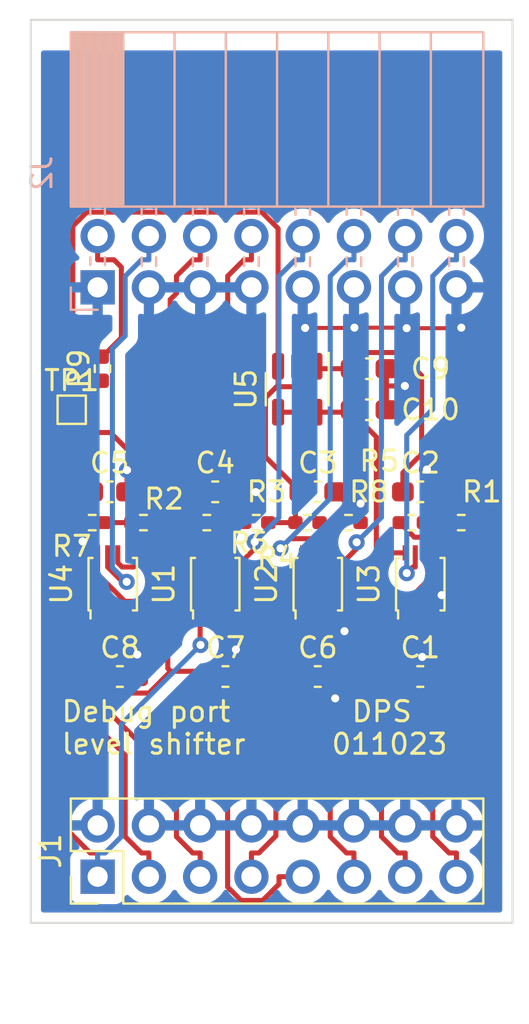
<source format=kicad_pcb>
(kicad_pcb (version 20211014) (generator pcbnew)
  (layers (0 "F.Cu" signal) (31 "B.Cu" signal) (34 "B.Paste" user) (35 "F.Paste" user) (36 "B.SilkS" user "B.Silkscreen") (37 "F.SilkS" user "F.Silkscreen") (38 "B.Mask" user) (39 "F.Mask" user) (44 "Edge.Cuts" user))
  (net 0 "")
  (net 1 "GND")
  (net 2 "+3.3V")
  (net 3 "Net-(J1-Pad3)")
  (net 4 "Net-(J1-Pad5)")
  (net 5 "Net-(J1-Pad7)")
  (net 6 "Net-(J1-Pad9)")
  (net 7 "Net-(U2-Pad2)")
  (net 8 "Net-(U2-Pad3)")
  (net 9 "Net-(J1-Pad15)")
  (net 10 "+5V")
  (net 11 "Net-(J2-Pad2)")
  (net 13 "Net-(J2-Pad4)")
  (net 15 "Net-(R4-Pad1)")
  (net 16 "Net-(J2-Pad6)")
  (net 17 "Net-(J2-Pad8)")
  (net 18 "Net-(J2-Pad10)")
  (net 19 "Net-(J2-Pad12)")
  (net 20 "Net-(J2-Pad14)")
  (net 21 "Net-(J2-Pad16)")
  (net 22 "Net-(R1-Pad1)")
  (net 23 "Net-(R2-Pad1)")
  (net 24 "Net-(R3-Pad1)")
  (footprint "Capacitor_SMD:C_0603_1608Metric_Pad1.08x0.95mm_HandSolder" (layer "F.Cu") (at 135.636 93.98)
    (fp_text reference "C1" (at 0 -1.43) (layer "F.SilkS"))
    (fp_text value "C")
    (pad "1" smd roundrect (at -0.8625 0) (size 1.075 0.95) (layers "F.Cu" "F.Paste" "F.Mask") (net 10 "+5V"))
    (pad "2" smd roundrect (at 0.8625 0) (size 1.075 0.95) (layers "F.Cu" "F.Paste" "F.Mask") (net 1 "GND"))
  )
  (footprint "Capacitor_SMD:C_0603_1608Metric_Pad1.08x0.95mm_HandSolder" (layer "F.Cu") (at 133.096 80.772)
    (fp_text reference "C10" (at 3.048 0) (layer "F.SilkS"))
    (fp_text value "C")
    (pad "1" smd roundrect (at -0.8625 0) (size 1.075 0.95) (layers "F.Cu" "F.Paste" "F.Mask") (net 2 "+3.3V"))
    (pad "2" smd roundrect (at 0.8625 0) (size 1.075 0.95) (layers "F.Cu" "F.Paste" "F.Mask") (net 1 "GND"))
  )
  (footprint "Resistor_SMD:R_0402_1005Metric_Pad0.72x0.64mm_HandSolder" (layer "F.Cu") (at 121.92 86.36)
    (fp_text reference "R2" (at 1.016 -1.17) (layer "F.SilkS"))
    (fp_text value "R")
    (pad "1" smd roundrect (at -0.5975 0) (size 0.715 0.64) (layers "F.Cu" "F.Paste" "F.Mask") (net 23 "Net-(R2-Pad1)"))
    (pad "2" smd roundrect (at 0.5975 0) (size 0.715 0.64) (layers "F.Cu" "F.Paste" "F.Mask") (net 10 "+5V"))
  )
  (footprint "Capacitor_SMD:C_0603_1608Metric_Pad1.08x0.95mm_HandSolder" (layer "F.Cu") (at 130.556 93.98)
    (fp_text reference "C6" (at 0 -1.43) (layer "F.SilkS"))
    (fp_text value "C")
    (pad "1" smd roundrect (at -0.8625 0) (size 1.075 0.95) (layers "F.Cu" "F.Paste" "F.Mask") (net 2 "+3.3V"))
    (pad "2" smd roundrect (at 0.8625 0) (size 1.075 0.95) (layers "F.Cu" "F.Paste" "F.Mask") (net 1 "GND"))
  )
  (footprint "Resistor_SMD:R_0402_1005Metric_Pad0.72x0.64mm_HandSolder" (layer "F.Cu") (at 125.0575 86.36 180)
    (fp_text reference "R6" (at -2.1215 -1.016) (layer "F.SilkS"))
    (fp_text value "R")
    (pad "1" smd roundrect (at -0.5975 0 180) (size 0.715 0.64) (layers "F.Cu" "F.Paste" "F.Mask") (net 24 "Net-(R3-Pad1)"))
    (pad "2" smd roundrect (at 0.5975 0 180) (size 0.715 0.64) (layers "F.Cu" "F.Paste" "F.Mask") (net 1 "GND"))
  )
  (footprint "Capacitor_SMD:C_0603_1608Metric_Pad1.08x0.95mm_HandSolder" (layer "F.Cu") (at 125.984 93.98)
    (fp_text reference "C7" (at 0 -1.43) (layer "F.SilkS"))
    (fp_text value "C")
    (pad "1" smd roundrect (at -0.8625 0) (size 1.075 0.95) (layers "F.Cu" "F.Paste" "F.Mask") (net 2 "+3.3V"))
    (pad "2" smd roundrect (at 0.8625 0) (size 1.075 0.95) (layers "F.Cu" "F.Paste" "F.Mask") (net 1 "GND"))
  )
  (footprint "Package_SO:VSSOP-8_2.4x2.1mm_P0.5mm" (layer "F.Cu") (at 120.396 89.408 90)
    (fp_text reference "U4" (at 0 -2.54 90) (layer "F.SilkS"))
    (fp_text value "SN74LVC2T45DCUR")
    (pad "1" smd rect (at -1.55 -0.75 90) (size 0.75 0.25) (layers "F.Cu" "F.Paste" "F.Mask") (net 10 "+5V"))
    (pad "2" smd rect (at -1.55 -0.25 90) (size 0.75 0.25) (layers "F.Cu" "F.Paste" "F.Mask") (net 3 "Net-(J1-Pad3)"))
    (pad "3" smd rect (at -1.55 0.25 90) (size 0.75 0.25) (layers "F.Cu" "F.Paste" "F.Mask") (net 4 "Net-(J1-Pad5)"))
    (pad "4" smd rect (at -1.55 0.75 90) (size 0.75 0.25) (layers "F.Cu" "F.Paste" "F.Mask") (net 1 "GND"))
    (pad "5" smd rect (at 1.55 0.75 90) (size 0.75 0.25) (layers "F.Cu" "F.Paste" "F.Mask") (net 23 "Net-(R2-Pad1)"))
    (pad "6" smd rect (at 1.55 0.25 90) (size 0.75 0.25) (layers "F.Cu" "F.Paste" "F.Mask") (net 16 "Net-(J2-Pad6)"))
    (pad "7" smd rect (at 1.55 -0.25 90) (size 0.75 0.25) (layers "F.Cu" "F.Paste" "F.Mask") (net 13 "Net-(J2-Pad4)"))
    (pad "8" smd rect (at 1.55 -0.75 90) (size 0.75 0.25) (layers "F.Cu" "F.Paste" "F.Mask") (net 2 "+3.3V"))
  )
  (footprint "Capacitor_SMD:C_0603_1608Metric_Pad1.08x0.95mm_HandSolder" (layer "F.Cu") (at 133.096 78.74)
    (fp_text reference "C9" (at 3.048 0) (layer "F.SilkS"))
    (fp_text value "C")
    (pad "1" smd roundrect (at -0.8625 0) (size 1.075 0.95) (layers "F.Cu" "F.Paste" "F.Mask") (net 10 "+5V"))
    (pad "2" smd roundrect (at 0.8625 0) (size 1.075 0.95) (layers "F.Cu" "F.Paste" "F.Mask") (net 1 "GND"))
  )
  (footprint "Resistor_SMD:R_0402_1005Metric_Pad0.72x0.64mm_HandSolder" (layer "F.Cu") (at 135.2175 86.36)
    (fp_text reference "R5" (at -1.6135 -3.048) (layer "F.SilkS"))
    (fp_text value "R")
    (pad "1" smd roundrect (at -0.5975 0) (size 0.715 0.64) (layers "F.Cu" "F.Paste" "F.Mask") (net 22 "Net-(R1-Pad1)"))
    (pad "2" smd roundrect (at 0.5975 0) (size 0.715 0.64) (layers "F.Cu" "F.Paste" "F.Mask") (net 1 "GND"))
  )
  (footprint "Resistor_SMD:R_0402_1005Metric_Pad0.72x0.64mm_HandSolder" (layer "F.Cu") (at 130.048 86.36 180)
    (fp_text reference "R4" (at 1.524 -1.748) (layer "F.SilkS"))
    (fp_text value "R")
    (pad "1" smd roundrect (at -0.5975 0 180) (size 0.715 0.64) (layers "F.Cu" "F.Paste" "F.Mask") (net 15 "Net-(R4-Pad1)"))
    (pad "2" smd roundrect (at 0.5975 0 180) (size 0.715 0.64) (layers "F.Cu" "F.Paste" "F.Mask") (net 10 "+5V"))
  )
  (footprint "Resistor_SMD:R_0402_1005Metric_Pad0.72x0.64mm_HandSolder" (layer "F.Cu") (at 119.888 78.74 90)
    (fp_text reference "R9" (at 0 -1.17 90) (layer "F.SilkS"))
    (fp_text value "R")
    (pad "1" smd roundrect (at -0.5975 0 90) (size 0.715 0.64) (layers "F.Cu" "F.Paste" "F.Mask") (net 10 "+5V"))
    (pad "2" smd roundrect (at 0.5975 0 90) (size 0.715 0.64) (layers "F.Cu" "F.Paste" "F.Mask") (net 11 "Net-(J2-Pad2)"))
  )
  (footprint "Resistor_SMD:R_0402_1005Metric_Pad0.72x0.64mm_HandSolder" (layer "F.Cu") (at 127.508 86.36)
    (fp_text reference "R3" (at 0.508 -1.524) (layer "F.SilkS"))
    (fp_text value "R")
    (pad "1" smd roundrect (at -0.5975 0) (size 0.715 0.64) (layers "F.Cu" "F.Paste" "F.Mask") (net 24 "Net-(R3-Pad1)"))
    (pad "2" smd roundrect (at 0.5975 0) (size 0.715 0.64) (layers "F.Cu" "F.Paste" "F.Mask") (net 10 "+5V"))
  )
  (footprint "Capacitor_SMD:C_0603_1608Metric_Pad1.08x0.95mm_HandSolder" (layer "F.Cu") (at 135.636 84.836)
    (fp_text reference "C2" (at 0 -1.43) (layer "F.SilkS"))
    (fp_text value "C")
    (pad "1" smd roundrect (at -0.8625 0) (size 1.075 0.95) (layers "F.Cu" "F.Paste" "F.Mask") (net 10 "+5V"))
    (pad "2" smd roundrect (at 0.8625 0) (size 1.075 0.95) (layers "F.Cu" "F.Paste" "F.Mask") (net 1 "GND"))
  )
  (footprint "Resistor_SMD:R_0402_1005Metric_Pad0.72x0.64mm_HandSolder" (layer "F.Cu") (at 119.38 86.36 180)
    (fp_text reference "R7" (at 1.016 -1.17) (layer "F.SilkS"))
    (fp_text value "R")
    (pad "1" smd roundrect (at -0.5975 0 180) (size 0.715 0.64) (layers "F.Cu" "F.Paste" "F.Mask") (net 23 "Net-(R2-Pad1)"))
    (pad "2" smd roundrect (at 0.5975 0 180) (size 0.715 0.64) (layers "F.Cu" "F.Paste" "F.Mask") (net 1 "GND"))
  )
  (footprint "Connector_PinHeader_2.54mm:PinHeader_2x08_P2.54mm_Vertical" (layer "F.Cu") (at 119.649 103.891 90)
    (fp_text reference "J1" (at 1.27 -2.33 90) (layer "F.SilkS"))
    (fp_text value "Conn_02x08_Odd_Even")
    (pad "1" thru_hole rect (at 0 0 90) (size 1.7 1.7) (drill 1) (layers *.Cu *.Mask) (net 10 "+5V"))
    (pad "2" thru_hole oval (at 2.54 0 90) (size 1.7 1.7) (drill 1) (layers *.Cu *.Mask) (net 1 "GND"))
    (pad "3" thru_hole oval (at 0 2.54 90) (size 1.7 1.7) (drill 1) (layers *.Cu *.Mask) (net 3 "Net-(J1-Pad3)"))
    (pad "4" thru_hole oval (at 2.54 2.54 90) (size 1.7 1.7) (drill 1) (layers *.Cu *.Mask) (net 1 "GND"))
    (pad "5" thru_hole oval (at 0 5.08 90) (size 1.7 1.7) (drill 1) (layers *.Cu *.Mask) (net 4 "Net-(J1-Pad5)"))
    (pad "6" thru_hole oval (at 2.54 5.08 90) (size 1.7 1.7) (drill 1) (layers *.Cu *.Mask) (net 1 "GND"))
    (pad "7" thru_hole oval (at 0 7.62 90) (size 1.7 1.7) (drill 1) (layers *.Cu *.Mask) (net 5 "Net-(J1-Pad7)"))
    (pad "8" thru_hole oval (at 2.54 7.62 90) (size 1.7 1.7) (drill 1) (layers *.Cu *.Mask) (net 1 "GND"))
    (pad "9" thru_hole oval (at 0 10.16 90) (size 1.7 1.7) (drill 1) (layers *.Cu *.Mask) (net 6 "Net-(J1-Pad9)"))
    (pad "10" thru_hole oval (at 2.54 10.16 90) (size 1.7 1.7) (drill 1) (layers *.Cu *.Mask) (net 1 "GND"))
    (pad "11" thru_hole oval (at 0 12.7 90) (size 1.7 1.7) (drill 1) (layers *.Cu *.Mask) (net 7 "Net-(U2-Pad2)"))
    (pad "12" thru_hole oval (at 2.54 12.7 90) (size 1.7 1.7) (drill 1) (layers *.Cu *.Mask) (net 1 "GND"))
    (pad "13" thru_hole oval (at 0 15.24 90) (size 1.7 1.7) (drill 1) (layers *.Cu *.Mask) (net 8 "Net-(U2-Pad3)"))
    (pad "14" thru_hole oval (at 2.54 15.24 90) (size 1.7 1.7) (drill 1) (layers *.Cu *.Mask) (net 1 "GND"))
    (pad "15" thru_hole oval (at 0 17.78 90) (size 1.7 1.7) (drill 1) (layers *.Cu *.Mask) (net 9 "Net-(J1-Pad15)"))
    (pad "16" thru_hole oval (at 2.54 17.78 90) (size 1.7 1.7) (drill 1) (layers *.Cu *.Mask) (net 1 "GND"))
  )
  (footprint "Capacitor_SMD:C_0603_1608Metric_Pad1.08x0.95mm_HandSolder" (layer "F.Cu") (at 120.2425 84.836)
    (fp_text reference "C5" (at 0 -1.43) (layer "F.SilkS"))
    (fp_text value "C")
    (pad "1" smd roundrect (at -0.8625 0) (size 1.075 0.95) (layers "F.Cu" "F.Paste" "F.Mask") (net 2 "+3.3V"))
    (pad "2" smd roundrect (at 0.8625 0) (size 1.075 0.95) (layers "F.Cu" "F.Paste" "F.Mask") (net 1 "GND"))
  )
  (footprint "Package_SO:VSSOP-8_2.4x2.1mm_P0.5mm" (layer "F.Cu") (at 135.636 89.408 90)
    (fp_text reference "U3" (at 0 -2.54 90) (layer "F.SilkS"))
    (fp_text value "SN74LVC2T45DCUR")
    (pad "1" smd rect (at -1.55 -0.75 90) (size 0.75 0.25) (layers "F.Cu" "F.Paste" "F.Mask") (net 10 "+5V"))
    (pad "2" smd rect (at -1.55 -0.25 90) (size 0.75 0.25) (layers "F.Cu" "F.Paste" "F.Mask") (net 9 "Net-(J1-Pad15)"))
    (pad "3" smd rect (at -1.55 0.25 90) (size 0.75 0.25) (layers "F.Cu" "F.Paste" "F.Mask"))
    (pad "4" smd rect (at -1.55 0.75 90) (size 0.75 0.25) (layers "F.Cu" "F.Paste" "F.Mask") (net 1 "GND"))
    (pad "5" smd rect (at 1.55 0.75 90) (size 0.75 0.25) (layers "F.Cu" "F.Paste" "F.Mask") (net 22 "Net-(R1-Pad1)"))
    (pad "6" smd rect (at 1.55 0.25 90) (size 0.75 0.25) (layers "F.Cu" "F.Paste" "F.Mask"))
    (pad "7" smd rect (at 1.55 -0.25 90) (size 0.75 0.25) (layers "F.Cu" "F.Paste" "F.Mask") (net 21 "Net-(J2-Pad16)"))
    (pad "8" smd rect (at 1.55 -0.75 90) (size 0.75 0.25) (layers "F.Cu" "F.Paste" "F.Mask") (net 2 "+3.3V"))
  )
  (footprint "Capacitor_SMD:C_0603_1608Metric_Pad1.08x0.95mm_HandSolder" (layer "F.Cu") (at 125.476 84.836)
    (fp_text reference "C4" (at 0 -1.43) (layer "F.SilkS"))
    (fp_text value "C")
    (pad "1" smd roundrect (at -0.8625 0) (size 1.075 0.95) (layers "F.Cu" "F.Paste" "F.Mask") (net 10 "+5V"))
    (pad "2" smd roundrect (at 0.8625 0) (size 1.075 0.95) (layers "F.Cu" "F.Paste" "F.Mask") (net 1 "GND"))
  )
  (footprint "TestPoint:TestPoint_Pad_1.0x1.0mm" (layer "F.Cu") (at 118.364 80.772)
    (fp_text reference "TP1" (at 0 -1.448) (layer "F.SilkS"))
    (fp_text value "TestPoint")
    (pad "1" smd rect (at 0 0) (size 1 1) (layers "F.Cu" "F.Mask") (net 10 "+5V"))
  )
  (footprint "Resistor_SMD:R_0402_1005Metric_Pad0.72x0.64mm_HandSolder" (layer "F.Cu") (at 137.668 86.36)
    (fp_text reference "R1" (at 1.016 -1.524) (layer "F.SilkS"))
    (fp_text value "R")
    (pad "1" smd roundrect (at -0.5975 0) (size 0.715 0.64) (layers "F.Cu" "F.Paste" "F.Mask") (net 22 "Net-(R1-Pad1)"))
    (pad "2" smd roundrect (at 0.5975 0) (size 0.715 0.64) (layers "F.Cu" "F.Paste" "F.Mask") (net 10 "+5V"))
  )
  (footprint "Capacitor_SMD:C_0603_1608Metric_Pad1.08x0.95mm_HandSolder" (layer "F.Cu") (at 120.7505 93.98)
    (fp_text reference "C8" (at 0 -1.43) (layer "F.SilkS"))
    (fp_text value "C")
    (pad "1" smd roundrect (at -0.8625 0) (size 1.075 0.95) (layers "F.Cu" "F.Paste" "F.Mask") (net 2 "+3.3V"))
    (pad "2" smd roundrect (at 0.8625 0) (size 1.075 0.95) (layers "F.Cu" "F.Paste" "F.Mask") (net 1 "GND"))
  )
  (footprint "Package_TO_SOT_SMD:TSOT-23-5" (layer "F.Cu") (at 129.54 79.756 -90)
    (fp_text reference "U5" (at 0 2.54 90) (layer "F.SilkS"))
    (fp_text value "ADP7142AUJZ-3.3")
    (pad "1" smd roundrect (at -1.1375 -0.95 270) (size 1.325 0.6) (layers "F.Cu" "F.Paste" "F.Mask") (net 10 "+5V"))
    (pad "2" smd roundrect (at -1.1375 0 270) (size 1.325 0.6) (layers "F.Cu" "F.Paste" "F.Mask") (net 1 "GND"))
    (pad "3" smd roundrect (at -1.1375 0.95 270) (size 1.325 0.6) (layers "F.Cu" "F.Paste" "F.Mask") (net 10 "+5V"))
    (pad "4" smd roundrect (at 1.1375 0.95 270) (size 1.325 0.6) (layers "F.Cu" "F.Paste" "F.Mask") (net 2 "+3.3V"))
    (pad "5" smd roundrect (at 1.1375 -0.95 270) (size 1.325 0.6) (layers "F.Cu" "F.Paste" "F.Mask") (net 2 "+3.3V"))
  )
  (footprint "Package_SO:VSSOP-8_2.4x2.1mm_P0.5mm" (layer "F.Cu") (at 125.476 89.408 90)
    (fp_text reference "U1" (at 0 -2.54 90) (layer "F.SilkS"))
    (fp_text value "SN74LVC2T45DCUR")
    (pad "1" smd rect (at -1.55 -0.75 90) (size 0.75 0.25) (layers "F.Cu" "F.Paste" "F.Mask") (net 10 "+5V"))
    (pad "2" smd rect (at -1.55 -0.25 90) (size 0.75 0.25) (layers "F.Cu" "F.Paste" "F.Mask") (net 5 "Net-(J1-Pad7)"))
    (pad "3" smd rect (at -1.55 0.25 90) (size 0.75 0.25) (layers "F.Cu" "F.Paste" "F.Mask") (net 6 "Net-(J1-Pad9)"))
    (pad "4" smd rect (at -1.55 0.75 90) (size 0.75 0.25) (layers "F.Cu" "F.Paste" "F.Mask") (net 1 "GND"))
    (pad "5" smd rect (at 1.55 0.75 90) (size 0.75 0.25) (layers "F.Cu" "F.Paste" "F.Mask") (net 24 "Net-(R3-Pad1)"))
    (pad "6" smd rect (at 1.55 0.25 90) (size 0.75 0.25) (layers "F.Cu" "F.Paste" "F.Mask") (net 18 "Net-(J2-Pad10)"))
    (pad "7" smd rect (at 1.55 -0.25 90) (size 0.75 0.25) (layers "F.Cu" "F.Paste" "F.Mask") (net 17 "Net-(J2-Pad8)"))
    (pad "8" smd rect (at 1.55 -0.75 90) (size 0.75 0.25) (layers "F.Cu" "F.Paste" "F.Mask") (net 2 "+3.3V"))
  )
  (footprint "Resistor_SMD:R_0402_1005Metric_Pad0.72x0.64mm_HandSolder" (layer "F.Cu") (at 132.08 86.36)
    (fp_text reference "R8" (at 1.016 -1.524) (layer "F.SilkS"))
    (fp_text value "R")
    (pad "1" smd roundrect (at -0.5975 0) (size 0.715 0.64) (layers "F.Cu" "F.Paste" "F.Mask") (net 15 "Net-(R4-Pad1)"))
    (pad "2" smd roundrect (at 0.5975 0) (size 0.715 0.64) (layers "F.Cu" "F.Paste" "F.Mask") (net 1 "GND"))
  )
  (footprint "Package_SO:VSSOP-8_2.4x2.1mm_P0.5mm" (layer "F.Cu") (at 130.556 89.408 90)
    (fp_text reference "U2" (at 0 -2.54 90) (layer "F.SilkS"))
    (fp_text value "SN74LVC2T45DCUR")
    (pad "1" smd rect (at -1.55 -0.75 90) (size 0.75 0.25) (layers "F.Cu" "F.Paste" "F.Mask") (net 10 "+5V"))
    (pad "2" smd rect (at -1.55 -0.25 90) (size 0.75 0.25) (layers "F.Cu" "F.Paste" "F.Mask") (net 7 "Net-(U2-Pad2)"))
    (pad "3" smd rect (at -1.55 0.25 90) (size 0.75 0.25) (layers "F.Cu" "F.Paste" "F.Mask") (net 8 "Net-(U2-Pad3)"))
    (pad "4" smd rect (at -1.55 0.75 90) (size 0.75 0.25) (layers "F.Cu" "F.Paste" "F.Mask") (net 1 "GND"))
    (pad "5" smd rect (at 1.55 0.75 90) (size 0.75 0.25) (layers "F.Cu" "F.Paste" "F.Mask") (net 15 "Net-(R4-Pad1)"))
    (pad "6" smd rect (at 1.55 0.25 90) (size 0.75 0.25) (layers "F.Cu" "F.Paste" "F.Mask") (net 20 "Net-(J2-Pad14)"))
    (pad "7" smd rect (at 1.55 -0.25 90) (size 0.75 0.25) (layers "F.Cu" "F.Paste" "F.Mask") (net 19 "Net-(J2-Pad12)"))
    (pad "8" smd rect (at 1.55 -0.75 90) (size 0.75 0.25) (layers "F.Cu" "F.Paste" "F.Mask") (net 2 "+3.3V"))
  )
  (footprint "Capacitor_SMD:C_0603_1608Metric_Pad1.08x0.95mm_HandSolder" (layer "F.Cu") (at 130.556 84.836)
    (fp_text reference "C3" (at 0 -1.43) (layer "F.SilkS"))
    (fp_text value "C")
    (pad "1" smd roundrect (at -0.8625 0) (size 1.075 0.95) (layers "F.Cu" "F.Paste" "F.Mask") (net 10 "+5V"))
    (pad "2" smd roundrect (at 0.8625 0) (size 1.075 0.95) (layers "F.Cu" "F.Paste" "F.Mask") (net 1 "GND"))
  )
  (footprint "Connector_PinSocket_2.54mm:PinSocket_2x08_P2.54mm_Horizontal" (layer "B.Cu") (at 119.649 74.713 -90)
    (fp_text reference "J2" (at -5.65 2.77 90) (layer "B.SilkS") (effects (justify mirror)))
    (fp_text value "Conn_02x08_Odd_Even")
    (pad "1" thru_hole rect (at 0 0 270) (size 1.7 1.7) (drill 1) (layers *.Cu *.Mask) (net 1 "GND"))
    (pad "2" thru_hole oval (at -2.54 0 270) (size 1.7 1.7) (drill 1) (layers *.Cu *.Mask) (net 11 "Net-(J2-Pad2)"))
    (pad "3" thru_hole oval (at 0 -2.54 270) (size 1.7 1.7) (drill 1) (layers *.Cu *.Mask) (net 1 "GND"))
    (pad "4" thru_hole oval (at -2.54 -2.54 270) (size 1.7 1.7) (drill 1) (layers *.Cu *.Mask) (net 13 "Net-(J2-Pad4)"))
    (pad "5" thru_hole oval (at 0 -5.08 270) (size 1.7 1.7) (drill 1) (layers *.Cu *.Mask) (net 1 "GND"))
    (pad "6" thru_hole oval (at -2.54 -5.08 270) (size 1.7 1.7) (drill 1) (layers *.Cu *.Mask) (net 16 "Net-(J2-Pad6)"))
    (pad "7" thru_hole oval (at 0 -7.62 270) (size 1.7 1.7) (drill 1) (layers *.Cu *.Mask) (net 1 "GND"))
    (pad "8" thru_hole oval (at -2.54 -7.62 270) (size 1.7 1.7) (drill 1) (layers *.Cu *.Mask) (net 17 "Net-(J2-Pad8)"))
    (pad "9" thru_hole oval (at 0 -10.16 270) (size 1.7 1.7) (drill 1) (layers *.Cu *.Mask) (net 1 "GND"))
    (pad "10" thru_hole oval (at -2.54 -10.16 270) (size 1.7 1.7) (drill 1) (layers *.Cu *.Mask) (net 18 "Net-(J2-Pad10)"))
    (pad "11" thru_hole oval (at 0 -12.7 270) (size 1.7 1.7) (drill 1) (layers *.Cu *.Mask) (net 1 "GND"))
    (pad "12" thru_hole oval (at -2.54 -12.7 270) (size 1.7 1.7) (drill 1) (layers *.Cu *.Mask) (net 19 "Net-(J2-Pad12)"))
    (pad "13" thru_hole oval (at 0 -15.24 270) (size 1.7 1.7) (drill 1) (layers *.Cu *.Mask) (net 1 "GND"))
    (pad "14" thru_hole oval (at -2.54 -15.24 270) (size 1.7 1.7) (drill 1) (layers *.Cu *.Mask) (net 20 "Net-(J2-Pad14)"))
    (pad "15" thru_hole oval (at 0 -17.78 270) (size 1.7 1.7) (drill 1) (layers *.Cu *.Mask) (net 1 "GND"))
    (pad "16" thru_hole oval (at -2.54 -17.78 270) (size 1.7 1.7) (drill 1) (layers *.Cu *.Mask) (net 21 "Net-(J2-Pad16)"))
  )
  (gr_rect (start 116.332 61.468) (end 140.208 106.172) (layer "Edge.Cuts") (width 0.1) (fill none))
  (gr_text "Debug port \nlevel shifter" (at 122.428 96.52) (layer "F.SilkS") (effects (font (size 1 1))))
  (gr_text "DPS \n011023" (at 134.112 96.52) (layer "F.SilkS") (effects (font (size 1 1))))
  (segment (start 125.984 84.836) (end 124.46 86.36) (width 0.25) (layer "F.Cu") (net 1))
  (segment (start 133.9585 79.5946) (end 133.9585 78.74) (width 0.25) (layer "F.Cu") (net 1))
  (segment (start 132.6775 85.4174) (end 131.9999 85.4174) (width 0.25) (layer "F.Cu") (net 1))
  (segment (start 135.815 86.36) (end 135.815 85.5195) (width 0.25) (layer "F.Cu") (net 1))
  (segment (start 132.372284 76.707999) (end 134.933905 76.707999) (width 0.2) (layer "F.Cu") (net 1))
  (segment (start 135.815 85.5195) (end 136.4985 84.836) (width 0.25) (layer "F.Cu") (net 1))
  (segment (start 129.54 77.114538) (end 129.931401 76.723137) (width 0.25) (layer "F.Cu") (net 1))
  (segment (start 127.4829 84.8471) (end 126.3496 84.8471) (width 0.25) (layer "F.Cu") (net 1))
  (segment (start 137.641036 76.734964) (end 137.668 76.708) (width 0.2) (layer "F.Cu") (net 1))
  (segment (start 135.7325 93.0097) (end 136.4985 93.7757) (width 0.25) (layer "F.Cu") (net 1))
  (segment (start 126.3496 84.8471) (end 126.3385 84.836) (width 0.25) (layer "F.Cu") (net 1))
  (segment (start 131.88 91.7355) (end 131.8028 91.6583) (width 0.25) (layer "F.Cu") (net 1))
  (segment (start 132.6775 85.4174) (end 132.6775 86.36) (width 0.25) (layer "F.Cu") (net 1))
  (segment (start 135.9636 83.7304) (end 135.9636 84.3011) (width 0.25) (layer "F.Cu") (net 1))
  (segment (start 136.4985 93.7757) (end 136.4985 93.98) (width 0.25) (layer "F.Cu") (net 1))
  (segment (start 131.306 90.958) (end 131.306 91.6583) (width 0.25) (layer "F.Cu") (net 1))
  (segment (start 134.8721 79.5946) (end 133.9585 79.5946) (width 0.25) (layer "F.Cu") (net 1))
  (segment (start 136.386 90.958) (end 136.386 90.2577) (width 0.25) (layer "F.Cu") (net 1))
  (segment (start 129.54 78.6185) (end 129.54 77.114538) (width 0.25) (layer "F.Cu") (net 1))
  (segment (start 134.96087 76.734964) (end 137.641036 76.734964) (width 0.2) (layer "F.Cu") (net 1))
  (segment (start 121.613 93.98) (end 121.613 92.8914) (width 0.25) (layer "F.Cu") (net 1))
  (segment (start 132.358801 76.721482) (end 132.372284 76.707999) (width 0.2) (layer "F.Cu") (net 1))
  (segment (start 121.105 83.7592) (end 121.105 84.836) (width 0.25) (layer "F.Cu") (net 1))
  (segment (start 118.9016 86.4791) (end 118.7825 86.36) (width 0.25) (layer "F.Cu") (net 1))
  (segment (start 126.4991 93.6326) (end 126.4991 92.6437) (width 0.25) (layer "F.Cu") (net 1))
  (segment (start 136.6932 89.9505) (end 136.386 90.2577) (width 0.25) (layer "F.Cu") (net 1))
  (segment (start 133.9585 80.772) (end 133.9585 79.5946) (width 0.25) (layer "F.Cu") (net 1))
  (segment (start 121.146 92.4244) (end 121.146 90.958) (width 0.25) (layer "F.Cu") (net 1))
  (segment (start 131.9999 85.4174) (end 131.4185 84.836) (width 0.25) (layer "F.Cu") (net 1))
  (segment (start 121.613 92.8914) (end 121.146 92.4244) (width 0.25) (layer "F.Cu") (net 1))
  (segment (start 131.8028 91.6583) (end 131.306 91.6583) (width 0.25) (layer "F.Cu") (net 1))
  (segment (start 126.3385 84.836) (end 125.984 84.836) (width 0.25) (layer "F.Cu") (net 1))
  (segment (start 126.226 92.3706) (end 126.226 90.958) (width 0.25) (layer "F.Cu") (net 1))
  (segment (start 126.8465 93.98) (end 126.4991 93.6326) (width 0.25) (layer "F.Cu") (net 1))
  (segment (start 131.4185 95.0614) (end 131.4185 93.98) (width 0.25) (layer "F.Cu") (net 1))
  (segment (start 130.296022 76.721482) (end 132.358801 76.721482) (width 0.2) (layer "F.Cu") (net 1))
  (segment (start 126.4991 92.6437) (end 126.226 92.3706) (width 0.25) (layer "F.Cu") (net 1))
  (segment (start 135.9636 84.3011) (end 136.4985 84.836) (width 0.25) (layer "F.Cu") (net 1))
  (segment (start 118.9016 87.2928) (end 118.9016 86.4791) (width 0.25) (layer "F.Cu") (net 1))
  (segment (start 134.933905 76.707999) (end 134.96087 76.734964) (width 0.2) (layer "F.Cu") (net 1))
  (via (at 121.105 83.7592) (size 0.8) (drill 0.4) (layers "F.Cu" "B.Cu") (net 1))
  (via (at 126.4991 92.6437) (size 0.8) (drill 0.4) (layers "F.Cu" "B.Cu") (net 1))
  (via (at 134.96087 76.734964) (size 0.8) (drill 0.4) (layers "F.Cu" "B.Cu") (net 1))
  (via (at 132.372284 76.707999) (size 0.8) (drill 0.4) (layers "F.Cu" "B.Cu") (net 1))
  (via (at 135.7325 93.0097) (size 0.8) (drill 0.4) (layers "F.Cu" "B.Cu") (net 1))
  (via (at 121.613 92.8914) (size 0.8) (drill 0.4) (layers "F.Cu" "B.Cu") (net 1))
  (via (at 131.4185 95.0614) (size 0.8) (drill 0.4) (layers "F.Cu" "B.Cu") (net 1))
  (via (at 136.6932 89.9505) (size 0.8) (drill 0.4) (layers "F.Cu" "B.Cu") (net 1))
  (via (at 132.6775 85.4174) (size 0.8) (drill 0.4) (layers "F.Cu" "B.Cu") (net 1))
  (via (at 131.88 91.7355) (size 0.8) (drill 0.4) (layers "F.Cu" "B.Cu") (net 1))
  (via (at 129.931401 76.723137) (size 0.8) (drill 0.4) (layers "F.Cu" "B.Cu") (net 1))
  (via (at 135.9636 83.7304) (size 0.8) (drill 0.4) (layers "F.Cu" "B.Cu") (net 1))
  (via (at 134.8721 79.5946) (size 0.8) (drill 0.4) (layers "F.Cu" "B.Cu") (net 1))
  (via (at 127.4829 84.8471) (size 0.8) (drill 0.4) (layers "F.Cu" "B.Cu") (net 1))
  (via (at 118.9016 87.2928) (size 0.8) (drill 0.4) (layers "F.Cu" "B.Cu") (net 1))
  (via (at 137.668 76.708) (size 0.8) (drill 0.4) (layers "F.Cu" "B.Cu") (net 1))
  (segment (start 123.2686 93.7205) (end 124.862 93.7205) (width 0.25) (layer "F.Cu") (net 2))
  (segment (start 120.997 90.2576) (end 119.646 88.9066) (width 0.25) (layer "F.Cu") (net 2))
  (segment (start 118.0536 85.9348) (end 118.0536 87.475) (width 0.25) (layer "F.Cu") (net 2))
  (segment (start 129.3412 89.0231) (end 124.726 89.0231) (width 0.25) (layer "F.Cu") (net 2))
  (segment (start 129.806 87.858) (end 129.806 88.5583) (width 0.25) (layer "F.Cu") (net 2))
  (segment (start 124.862 93.7205) (end 125.1215 93.98) (width 0.25) (layer "F.Cu") (net 2))
  (segment (start 120.7061 94.7981) (end 122.191 94.7981) (width 0.25) (layer "F.Cu") (net 2))
  (segment (start 118.0536 87.475) (end 119.1369 88.5583) (width 0.25) (layer "F.Cu") (net 2))
  (segment (start 119.646 87.858) (end 119.646 88.5583) (width 0.25) (layer "F.Cu") (net 2))
  (segment (start 124.726 87.858) (end 124.726 88.5583) (width 0.25) (layer "F.Cu") (net 2))
  (segment (start 123.1251 90.624) (end 122.7587 90.2576) (width 0.25) (layer "F.Cu") (net 2))
  (segment (start 123.1251 93.577) (end 123.1251 90.624) (width 0.25) (layer "F.Cu") (net 2))
  (segment (start 119.888 93.98) (end 120.7061 94.7981) (width 0.25) (layer "F.Cu") (net 2))
  (segment (start 132.2335 80.8935) (end 132.2335 80.772) (width 0.25) (layer "F.Cu") (net 2))
  (segment (start 119.38 84.836) (end 119.1524 84.836) (width 0.25) (layer "F.Cu") (net 2))
  (segment (start 133.4574 87.858) (end 132.3067 89.0087) (width 0.25) (layer "F.Cu") (net 2))
  (segment (start 123.2686 93.7205) (end 123.1251 93.577) (width 0.25) (layer "F.Cu") (net 2))
  (segment (start 129.3412 89.0231) (end 129.3412 93.6277) (width 0.25) (layer "F.Cu") (net 2))
  (segment (start 130.2564 89.0087) (end 129.806 88.5583) (width 0.25) (layer "F.Cu") (net 2))
  (segment (start 134.886 87.858) (end 133.4574 87.858) (width 0.25) (layer "F.Cu") (net 2))
  (segment (start 129.806 88.5583) (end 129.3412 89.0231) (width 0.25) (layer "F.Cu") (net 2))
  (segment (start 119.1524 84.836) (end 118.0536 85.9348) (width 0.25) (layer "F.Cu") (net 2))
  (segment (start 133.4574 87.858) (end 133.4574 82.1174) (width 0.25) (layer "F.Cu") (net 2))
  (segment (start 122.7587 90.2576) (end 120.997 90.2576) (width 0.25) (layer "F.Cu") (net 2))
  (segment (start 129.3412 93.6277) (end 129.6935 93.98) (width 0.25) (layer "F.Cu") (net 2))
  (segment (start 119.646 88.9066) (end 119.646 88.5583) (width 0.25) (layer "F.Cu") (net 2))
  (segment (start 122.191 94.7981) (end 123.2686 93.7205) (width 0.25) (layer "F.Cu") (net 2))
  (segment (start 123.1251 90.624) (end 124.726 89.0231) (width 0.25) (layer "F.Cu") (net 2))
  (segment (start 128.59 80.8935) (end 130.49 80.8935) (width 0.25) (layer "F.Cu") (net 2))
  (segment (start 124.726 89.0231) (end 124.726 88.5583) (width 0.25) (layer "F.Cu") (net 2))
  (segment (start 132.2335 80.8935) (end 130.49 80.8935) (width 0.25) (layer "F.Cu") (net 2))
  (segment (start 119.1369 88.5583) (end 119.646 88.5583) (width 0.25) (layer "F.Cu") (net 2))
  (segment (start 132.3067 89.0087) (end 130.2564 89.0087) (width 0.25) (layer "F.Cu") (net 2))
  (segment (start 133.4574 82.1174) (end 132.2335 80.8935) (width 0.25) (layer "F.Cu") (net 2))
  (segment (start 118.5424 95.4024) (end 118.5424 93.2619) (width 0.25) (layer "F.Cu") (net 3))
  (segment (start 120.146 90.958) (end 120.146 91.6583) (width 0.25) (layer "F.Cu") (net 3))
  (segment (start 122.189 103.891) (end 122.189 102.7157) (width 0.25) (layer "F.Cu") (net 3))
  (segment (start 122.189 102.7157) (end 121.8216 102.7157) (width 0.25) (layer "F.Cu") (net 3))
  (segment (start 121.0137 97.8737) (end 118.5424 95.4024) (width 0.25) (layer "F.Cu") (net 3))
  (segment (start 121.8216 102.7157) (end 121.0137 101.9078) (width 0.25) (layer "F.Cu") (net 3))
  (segment (start 121.0137 101.9078) (end 121.0137 97.8737) (width 0.25) (layer "F.Cu") (net 3))
  (segment (start 118.5424 93.2619) (end 120.146 91.6583) (width 0.25) (layer "F.Cu") (net 3))
  (segment (start 124.729 102.7157) (end 124.3616 102.7157) (width 0.25) (layer "F.Cu") (net 4))
  (segment (start 124.729 103.891) (end 124.729 102.7157) (width 0.25) (layer "F.Cu") (net 4))
  (segment (start 123.5537 99.0855) (end 119.0236 94.5554) (width 0.25) (layer "F.Cu") (net 4))
  (segment (start 120.646 91.8632) (end 120.646 90.958) (width 0.25) (layer "F.Cu") (net 4))
  (segment (start 119.0236 93.4856) (end 120.646 91.8632) (width 0.25) (layer "F.Cu") (net 4))
  (segment (start 119.0236 94.5554) (end 119.0236 93.4856) (width 0.25) (layer "F.Cu") (net 4))
  (segment (start 124.3616 102.7157) (end 123.5537 101.9078) (width 0.25) (layer "F.Cu") (net 4))
  (segment (start 123.5537 101.9078) (end 123.5537 99.0855) (width 0.25) (layer "F.Cu") (net 4))
  (segment (start 125.5394 89.8074) (end 125.226 90.1208) (width 0.25) (layer "F.Cu") (net 5))
  (segment (start 125.226 90.958) (end 125.226 90.2577) (width 0.25) (layer "F.Cu") (net 5))
  (segment (start 128.4825 91.6113) (end 126.6786 89.8074) (width 0.25) (layer "F.Cu") (net 5))
  (segment (start 125.226 90.1208) (end 125.226 90.2577) (width 0.25) (layer "F.Cu") (net 5))
  (segment (start 126.6786 89.8074) (end 125.5394 89.8074) (width 0.25) (layer "F.Cu") (net 5))
  (segment (start 127.269 102.7157) (end 127.6363 102.7157) (width 0.25) (layer "F.Cu") (net 5))
  (segment (start 127.269 103.891) (end 127.269 102.7157) (width 0.25) (layer "F.Cu") (net 5))
  (segment (start 127.6363 102.7157) (end 128.4825 101.8695) (width 0.25) (layer "F.Cu") (net 5))
  (segment (start 128.4825 101.8695) (end 128.4825 91.6113) (width 0.25) (layer "F.Cu") (net 5))
  (segment (start 126.755 105.0663) (end 127.8258 105.0663) (width 0.25) (layer "F.Cu") (net 6))
  (segment (start 126.0889 104.4002) (end 126.755 105.0663) (width 0.25) (layer "F.Cu") (net 6))
  (segment (start 126.492 90.2577) (end 127.7376 91.5033) (width 0.25) (layer "F.Cu") (net 6))
  (segment (start 129.809 103.891) (end 128.6337 103.891) (width 0.25) (layer "F.Cu") (net 6))
  (segment (start 127.7376 91.5033) (end 127.7376 98.1914) (width 0.25) (layer "F.Cu") (net 6))
  (segment (start 125.726 90.958) (end 125.726 90.2577) (width 0.25) (layer "F.Cu") (net 6))
  (segment (start 127.7376 98.1914) (end 126.0889 99.8401) (width 0.25) (layer "F.Cu") (net 6))
  (segment (start 127.8258 105.0663) (end 128.6337 104.2584) (width 0.25) (layer "F.Cu") (net 6))
  (segment (start 126.0889 99.8401) (end 126.0889 104.4002) (width 0.25) (layer "F.Cu") (net 6))
  (segment (start 128.6337 104.2584) (end 128.6337 103.891) (width 0.25) (layer "F.Cu") (net 6))
  (segment (start 125.726 90.2577) (end 126.492 90.2577) (width 0.25) (layer "F.Cu") (net 6))
  (segment (start 131.9816 102.7157) (end 132.349 102.7157) (width 0.25) (layer "F.Cu") (net 7))
  (segment (start 132.0429 93.155) (end 132.2862 93.3983) (width 0.25) (layer "F.Cu") (net 7))
  (segment (start 132.2862 93.3983) (end 132.2862 97.9773) (width 0.25) (layer "F.Cu") (net 7))
  (segment (start 131.1737 101.9078) (end 131.9816 102.7157) (width 0.25) (layer "F.Cu") (net 7))
  (segment (start 130.306 91.6583) (end 130.306 91.9557) (width 0.25) (layer "F.Cu") (net 7))
  (segment (start 131.5053 93.155) (end 132.0429 93.155) (width 0.25) (layer "F.Cu") (net 7))
  (segment (start 130.306 90.958) (end 130.306 91.6583) (width 0.25) (layer "F.Cu") (net 7))
  (segment (start 130.306 91.9557) (end 131.5053 93.155) (width 0.25) (layer "F.Cu") (net 7))
  (segment (start 132.349 103.891) (end 132.349 102.7157) (width 0.25) (layer "F.Cu") (net 7))
  (segment (start 131.1737 99.0898) (end 131.1737 101.9078) (width 0.25) (layer "F.Cu") (net 7))
  (segment (start 132.2862 97.9773) (end 131.1737 99.0898) (width 0.25) (layer "F.Cu") (net 7))
  (segment (start 131.7155 92.7047) (end 132.2739 92.7047) (width 0.25) (layer "F.Cu") (net 8))
  (segment (start 130.806 90.958) (end 130.806 91.7952) (width 0.25) (layer "F.Cu") (net 8))
  (segment (start 133.7137 101.9078) (end 134.5216 102.7157) (width 0.25) (layer "F.Cu") (net 8))
  (segment (start 130.806 91.7952) (end 131.7155 92.7047) (width 0.25) (layer "F.Cu") (net 8))
  (segment (start 134.5216 102.7157) (end 134.889 102.7157) (width 0.25) (layer "F.Cu") (net 8))
  (segment (start 134.889 103.891) (end 134.889 102.7157) (width 0.25) (layer "F.Cu") (net 8))
  (segment (start 132.2739 92.7047) (end 133.7137 94.1445) (width 0.25) (layer "F.Cu") (net 8))
  (segment (start 133.7137 94.1445) (end 133.7137 101.9078) (width 0.25) (layer "F.Cu") (net 8))
  (segment (start 136.2537 101.9078) (end 137.0616 102.7157) (width 0.25) (layer "F.Cu") (net 9))
  (segment (start 136.2537 98.7484) (end 136.2537 101.9078) (width 0.25) (layer "F.Cu") (net 9))
  (segment (start 135.5769 91.6583) (end 137.3694 93.4508) (width 0.25) (layer "F.Cu") (net 9))
  (segment (start 135.386 91.6583) (end 135.5769 91.6583) (width 0.25) (layer "F.Cu") (net 9))
  (segment (start 137.0616 102.7157) (end 137.429 102.7157) (width 0.25) (layer "F.Cu") (net 9))
  (segment (start 137.429 103.891) (end 137.429 102.7157) (width 0.25) (layer "F.Cu") (net 9))
  (segment (start 137.3694 93.4508) (end 137.3694 97.6327) (width 0.25) (layer "F.Cu") (net 9))
  (segment (start 137.3694 97.6327) (end 136.2537 98.7484) (width 0.25) (layer "F.Cu") (net 9))
  (segment (start 135.386 90.958) (end 135.386 91.6583) (width 0.25) (layer "F.Cu") (net 9))
  (segment (start 128.59 79.632) (end 128.59 78.6185) (width 0.25) (layer "F.Cu") (net 10))
  (segment (start 118.542 79.9467) (end 118.364 79.9467) (width 0.25) (layer "F.Cu") (net 10))
  (segment (start 134.5622 77.9387) (end 133.0348 77.9387) (width 0.25) (layer "F.Cu") (net 10))
  (segment (start 129.865 79.632) (end 130.49 79.007) (width 0.25) (layer "F.Cu") (net 10))
  (segment (start 118.4206 71.6795) (end 118.4206 77.8701) (width 0.25) (layer "F.Cu") (net 10))
  (segment (start 130.49 79.007) (end 130.49 78.74) (width 0.25) (layer "F.Cu") (net 10))
  (segment (start 118.0542 101.4882) (end 118.0542 92.5498) (width 0.25) (layer "F.Cu") (net 10))
  (segment (start 134.886 90.958) (end 134.886 93.8675) (width 0.25) (layer "F.Cu") (net 10))
  (segment (start 117.5997 88.2114) (end 117.5997 82.6632) (width 0.25) (layer "F.Cu") (net 10))
  (segment (start 127.964 83.1065) (end 126.343 83.1065) (width 0.25) (layer "F.Cu") (net 10))
  (segment (start 129.806 90.2577) (end 134.886 90.2577) (width 0.25) (layer "F.Cu") (net 10))
  (segment (start 118.364 80.772) (end 118.364 79.9467) (width 0.25) (layer "F.Cu") (net 10))
  (segment (start 119.1124 70.9877) (end 118.4206 71.6795) (width 0.25) (layer "F.Cu") (net 10))
  (segment (start 138.2655 84.9628) (end 138.2655 86.36) (width 0.25) (layer "F.Cu") (net 10))
  (segment (start 129.806 90.958) (end 129.806 90.2577) (width 0.25) (layer "F.Cu") (net 10))
  (segment (start 135.7023 79.0788) (end 134.5622 77.9387) (width 0.25) (layer "F.Cu") (net 10))
  (segment (start 122.5175 84.1357) (end 122.5175 86.36) (width 0.25) (layer "F.Cu") (net 10))
  (segment (start 134.886 93.8675) (end 134.7735 93.98) (width 0.25) (layer "F.Cu") (net 10))
  (segment (start 120.2807 81.8989) (end 122.5175 84.1357) (width 0.25) (layer "F.Cu") (net 10))
  (segment (start 129.4505 86.36) (end 128.1055 86.36) (width 0.25) (layer "F.Cu") (net 10))
  (segment (start 119.646 90.2577) (end 117.5997 88.2114) (width 0.25) (layer "F.Cu") (net 10))
  (segment (start 130.49 78.74) (end 132.2335 78.74) (width 0.25) (layer "F.Cu") (net 10))
  (segment (start 128.59 71.7959) (end 127.7818 70.9877) (width 0.25) (layer "F.Cu") (net 10))
  (segment (start 129.4505 85.079) (end 129.4505 86.36) (width 0.25) (layer "F.Cu") (net 10))
  (segment (start 128.59 78.6185) (end 128.59 71.7959) (width 0.25) (layer "F.Cu") (net 10))
  (segment (start 135.7023 82.9599) (end 135.7023 79.0788) (width 0.25) (layer "F.Cu") (net 10))
  (segment (start 118.364 81.8989) (end 120.2807 81.8989) (width 0.25) (layer "F.Cu") (net 10))
  (segment (start 119.2817 102.7157) (end 118.0542 101.4882) (width 0.25) (layer "F.Cu") (net 10))
  (segment (start 117.5997 82.6632) (end 118.364 81.8989) (width 0.25) (layer "F.Cu") (net 10))
  (segment (start 119.649 102.7157) (end 119.2817 102.7157) (width 0.25) (layer "F.Cu") (net 10))
  (segment (start 119.5196 78.9691) (end 118.542 79.9467) (width 0.25) (layer "F.Cu") (net 10))
  (segment (start 130.49 78.74) (end 130.49 78.6185) (width 0.25) (layer "F.Cu") (net 10))
  (segment (start 138.2655 86.9657) (end 134.9735 90.2577) (width 0.25) (layer "F.Cu") (net 10))
  (segment (start 128.59 79.632) (end 129.865 79.632) (width 0.25) (layer "F.Cu") (net 10))
  (segment (start 126.343 83.1065) (end 124.6135 84.836) (width 0.25) (layer "F.Cu") (net 10))
  (segment (start 134.7735 83.8887) (end 135.7023 82.9599) (width 0.25) (layer "F.Cu") (net 10))
  (segment (start 128.5116 79.632) (end 128.59 79.632) (width 0.25) (layer "F.Cu") (net 10))
  (segment (start 129.6935 84.836) (end 127.964 83.1065) (width 0.25) (layer "F.Cu") (net 10))
  (segment (start 133.0348 77.9387) (end 132.2335 78.74) (width 0.25) (layer "F.Cu") (net 10))
  (segment (start 129.6935 84.836) (end 129.4505 85.079) (width 0.25) (layer "F.Cu") (net 10))
  (segment (start 124.7464 92.4185) (end 124.726 92.3981) (width 0.25) (layer "F.Cu") (net 10))
  (segment (start 135.7023 82.9599) (end 136.2626 82.9599) (width 0.25) (layer "F.Cu") (net 10))
  (segment (start 118.0542 92.5498) (end 119.646 90.958) (width 0.25) (layer "F.Cu") (net 10))
  (segment (start 119.5196 78.9691) (end 119.888 79.3375) (width 0.25) (layer "F.Cu") (net 10))
  (segment (start 119.649 103.891) (end 119.649 102.7157) (width 0.25) (layer "F.Cu") (net 10))
  (segment (start 127.7818 70.9877) (end 119.1124 70.9877) (width 0.25) (layer "F.Cu") (net 10))
  (segment (start 127.964 80.1796) (end 128.5116 79.632) (width 0.25) (layer "F.Cu") (net 10))
  (segment (start 127.964 83.1065) (end 127.964 80.1796) (width 0.25) (layer "F.Cu") (net 10))
  (segment (start 119.646 90.958) (end 119.646 90.2577) (width 0.25) (layer "F.Cu") (net 10))
  (segment (start 134.886 90.958) (end 134.886 90.2577) (width 0.25) (layer "F.Cu") (net 10))
  (segment (start 124.726 92.3981) (end 124.726 90.958) (width 0.25) (layer "F.Cu") (net 10))
  (segment (start 118.364 81.5973) (end 118.364 81.8989) (width 0.25) (layer "F.Cu") (net 10))
  (segment (start 138.2655 86.36) (end 138.2655 86.9657) (width 0.25) (layer "F.Cu") (net 10))
  (segment (start 134.7735 84.836) (end 134.7735 83.8887) (width 0.25) (layer "F.Cu") (net 10))
  (segment (start 118.364 80.772) (end 118.364 81.5973) (width 0.25) (layer "F.Cu") (net 10))
  (segment (start 136.2626 82.9599) (end 138.2655 84.9628) (width 0.25) (layer "F.Cu") (net 10))
  (segment (start 134.9735 90.2577) (end 134.886 90.2577) (width 0.25) (layer "F.Cu") (net 10))
  (segment (start 118.4206 77.8701) (end 119.5196 78.9691) (width 0.25) (layer "F.Cu") (net 10))
  (via (at 124.7464 92.4185) (size 0.8) (drill 0.4) (layers "F.Cu" "B.Cu") (net 10))
  (segment (start 119.649 103.891) (end 119.649 102.7157) (width 0.25) (layer "B.Cu") (net 10))
  (segment (start 120.8243 96.3406) (end 124.7464 92.4185) (width 0.25) (layer "B.Cu") (net 10))
  (segment (start 119.649 102.7157) (end 120.0164 102.7157) (width 0.25) (layer "B.Cu") (net 10))
  (segment (start 120.0164 102.7157) (end 120.8243 101.9078) (width 0.25) (layer "B.Cu") (net 10))
  (segment (start 120.8243 101.9078) (end 120.8243 96.3406) (width 0.25) (layer "B.Cu") (net 10))
  (segment (start 120.457 73.3483) (end 120.8244 73.7157) (width 0.25) (layer "F.Cu") (net 11))
  (segment (start 120.8244 73.7157) (end 120.8244 77.2061) (width 0.25) (layer "F.Cu") (net 11))
  (segment (start 119.649 73.3483) (end 120.457 73.3483) (width 0.25) (layer "F.Cu") (net 11))
  (segment (start 120.8244 77.2061) (end 119.888 78.1425) (width 0.25) (layer "F.Cu") (net 11))
  (segment (start 119.649 72.173) (end 119.649 73.3483) (width 0.25) (layer "F.Cu") (net 11))
  (segment (start 120.146 87.858) (end 120.146 88.5583) (width 0.25) (layer "F.Cu") (net 13))
  (segment (start 120.88 89.2923) (end 121.0874 89.2923) (width 0.25) (layer "F.Cu") (net 13))
  (segment (start 120.146 88.5583) (end 120.88 89.2923) (width 0.25) (layer "F.Cu") (net 13))
  (via (at 121.0874 89.2923) (size 0.8) (drill 0.4) (layers "F.Cu" "B.Cu") (net 13))
  (segment (start 121.8216 73.3483) (end 121.0137 74.1562) (width 0.25) (layer "B.Cu") (net 13))
  (segment (start 121.0137 74.1562) (end 121.0137 77.1139) (width 0.25) (layer "B.Cu") (net 13))
  (segment (start 120.3796 77.748) (end 120.3796 88.5845) (width 0.25) (layer "B.Cu") (net 13))
  (segment (start 122.189 72.173) (end 122.189 73.3483) (width 0.25) (layer "B.Cu") (net 13))
  (segment (start 120.3796 88.5845) (end 121.0874 89.2923) (width 0.25) (layer "B.Cu") (net 13))
  (segment (start 122.189 73.3483) (end 121.8216 73.3483) (width 0.25) (layer "B.Cu") (net 13))
  (segment (start 121.0137 77.1139) (end 120.3796 77.748) (width 0.25) (layer "B.Cu") (net 13))
  (segment (start 131.306 87.858) (end 131.306 87.1577) (width 0.25) (layer "F.Cu") (net 15))
  (segment (start 131.4825 86.36) (end 130.6455 86.36) (width 0.25) (layer "F.Cu") (net 15))
  (segment (start 131.306 87.1577) (end 131.4825 86.9812) (width 0.25) (layer "F.Cu") (net 15))
  (segment (start 131.4825 86.9812) (end 131.4825 86.36) (width 0.25) (layer "F.Cu") (net 15))
  (segment (start 123.2423 75.322) (end 123.2423 86.7449) (width 0.25) (layer "F.Cu") (net 16))
  (segment (start 123.5537 74.1562) (end 123.5537 75.0106) (width 0.25) (layer "F.Cu") (net 16))
  (segment (start 123.2423 86.7449) (end 121.4288 88.5584) (width 0.25) (layer "F.Cu") (net 16))
  (segment (start 123.5537 75.0106) (end 123.2423 75.322) (width 0.25) (layer "F.Cu") (net 16))
  (segment (start 121.4288 88.5584) (end 120.8583 88.5584) (width 0.25) (layer "F.Cu") (net 16))
  (segment (start 124.729 73.3483) (end 124.3616 73.3483) (width 0.25) (layer "F.Cu") (net 16))
  (segment (start 120.646 88.3461) (end 120.646 87.858) (width 0.25) (layer "F.Cu") (net 16))
  (segment (start 120.8583 88.5584) (end 120.646 88.3461) (width 0.25) (layer "F.Cu") (net 16))
  (segment (start 124.729 72.173) (end 124.729 73.3483) (width 0.25) (layer "F.Cu") (net 16))
  (segment (start 124.3616 73.3483) (end 123.5537 74.1562) (width 0.25) (layer "F.Cu") (net 16))
  (segment (start 127.269 72.173) (end 127.269 73.3483) (width 0.25) (layer "F.Cu") (net 17))
  (segment (start 123.734 81.206) (end 123.734 86.7607) (width 0.25) (layer "F.Cu") (net 17))
  (segment (start 123.734 86.7607) (end 124.131 87.1577) (width 0.25) (layer "F.Cu") (net 17))
  (segment (start 127.269 73.3483) (end 126.9016 73.3483) (width 0.25) (layer "F.Cu") (net 17))
  (segment (start 126.0937 78.8463) (end 123.734 81.206) (width 0.25) (layer "F.Cu") (net 17))
  (segment (start 124.131 87.1577) (end 125.226 87.1577) (width 0.25) (layer "F.Cu") (net 17))
  (segment (start 126.0937 74.1562) (end 126.0937 78.8463) (width 0.25) (layer "F.Cu") (net 17))
  (segment (start 126.9016 73.3483) (end 126.0937 74.1562) (width 0.25) (layer "F.Cu") (net 17))
  (segment (start 125.226 87.858) (end 125.226 87.1577) (width 0.25) (layer "F.Cu") (net 17))
  (segment (start 125.726 88.5583) (end 126.5279 88.5583) (width 0.25) (layer "F.Cu") (net 18))
  (segment (start 126.5279 88.5583) (end 127.43 87.6562) (width 0.25) (layer "F.Cu") (net 18))
  (segment (start 127.43 87.6562) (end 127.43 87.3119) (width 0.25) (layer "F.Cu") (net 18))
  (segment (start 125.726 87.858) (end 125.726 88.5583) (width 0.25) (layer "F.Cu") (net 18))
  (via (at 127.43 87.3119) (size 0.8) (drill 0.4) (layers "F.Cu" "B.Cu") (net 18))
  (segment (start 128.6337 74.1562) (end 128.6337 86.1082) (width 0.25) (layer "B.Cu") (net 18))
  (segment (start 129.809 72.173) (end 129.809 73.3483) (width 0.25) (layer "B.Cu") (net 18))
  (segment (start 129.4416 73.3483) (end 128.6337 74.1562) (width 0.25) (layer "B.Cu") (net 18))
  (segment (start 128.6337 86.1082) (end 127.43 87.3119) (width 0.25) (layer "B.Cu") (net 18))
  (segment (start 129.809 73.3483) (end 129.4416 73.3483) (width 0.25) (layer "B.Cu") (net 18))
  (segment (start 130.306 87.858) (end 130.306 87.1577) (width 0.25) (layer "F.Cu") (net 19))
  (segment (start 130.306 87.1577) (end 129.1836 87.1577) (width 0.25) (layer "F.Cu") (net 19))
  (segment (start 129.1836 87.1577) (end 128.7094 87.6319) (width 0.25) (layer "F.Cu") (net 19))
  (via (at 128.7094 87.6319) (size 0.8) (drill 0.4) (layers "F.Cu" "B.Cu") (net 19))
  (segment (start 131.9816 73.3483) (end 132.349 73.3483) (width 0.25) (layer "B.Cu") (net 19))
  (segment (start 131.1737 74.1562) (end 131.9816 73.3483) (width 0.25) (layer "B.Cu") (net 19))
  (segment (start 128.7094 87.6319) (end 131.1737 85.1676) (width 0.25) (layer "B.Cu") (net 19))
  (segment (start 131.1737 85.1676) (end 131.1737 74.1562) (width 0.25) (layer "B.Cu") (net 19))
  (segment (start 132.349 72.173) (end 132.349 73.3483) (width 0.25) (layer "B.Cu") (net 19))
  (segment (start 130.806 87.858) (end 130.806 88.5583) (width 0.25) (layer "F.Cu") (net 20))
  (segment (start 131.5725 88.5583) (end 130.806 88.5583) (width 0.25) (layer "F.Cu") (net 20))
  (segment (start 132.4821 87.6487) (end 131.5725 88.5583) (width 0.25) (layer "F.Cu") (net 20))
  (segment (start 132.4821 87.3339) (end 132.4821 87.6487) (width 0.25) (layer "F.Cu") (net 20))
  (via (at 132.4821 87.3339) (size 0.8) (drill 0.4) (layers "F.Cu" "B.Cu") (net 20))
  (segment (start 134.5216 73.3483) (end 133.7137 74.1562) (width 0.25) (layer "B.Cu") (net 20))
  (segment (start 133.7137 86.1023) (end 132.4821 87.3339) (width 0.25) (layer "B.Cu") (net 20))
  (segment (start 134.889 72.173) (end 134.889 73.3483) (width 0.25) (layer "B.Cu") (net 20))
  (segment (start 134.889 73.3483) (end 134.5216 73.3483) (width 0.25) (layer "B.Cu") (net 20))
  (segment (start 133.7137 74.1562) (end 133.7137 86.1023) (width 0.25) (layer "B.Cu") (net 20))
  (segment (start 135.386 87.858) (end 135.386 88.5583) (width 0.25) (layer "F.Cu") (net 21))
  (segment (start 135.2689 88.5583) (end 134.9653 88.8619) (width 0.25) (layer "F.Cu") (net 21))
  (segment (start 135.386 88.5583) (end 135.2689 88.5583) (width 0.25) (layer "F.Cu") (net 21))
  (via (at 134.9653 88.8619) (size 0.8) (drill 0.4) (layers "F.Cu" "B.Cu") (net 21))
  (segment (start 137.0616 73.3483) (end 136.2537 74.1562) (width 0.25) (layer "B.Cu") (net 21))
  (segment (start 136.2537 74.1562) (end 136.2537 80.7454) (width 0.25) (layer "B.Cu") (net 21))
  (segment (start 137.429 72.173) (end 137.429 73.3483) (width 0.25) (layer "B.Cu") (net 21))
  (segment (start 137.429 73.3483) (end 137.0616 73.3483) (width 0.25) (layer "B.Cu") (net 21))
  (segment (start 136.2537 80.7454) (end 134.9653 82.0338) (width 0.25) (layer "B.Cu") (net 21))
  (segment (start 134.9653 82.0338) (end 134.9653 88.8619) (width 0.25) (layer "B.Cu") (net 21))
  (segment (start 137.0705 86.4732) (end 136.386 87.1577) (width 0.25) (layer "F.Cu") (net 22))
  (segment (start 135.3419 87.0819) (end 134.62 86.36) (width 0.25) (layer "F.Cu") (net 22))
  (segment (start 136.386 87.3734) (end 136.386 87.1577) (width 0.25) (layer "F.Cu") (net 22))
  (segment (start 136.386 87.4077) (end 136.386 87.3734) (width 0.25) (layer "F.Cu") (net 22))
  (segment (start 136.386 87.3734) (end 136.0945 87.0819) (width 0.25) (layer "F.Cu") (net 22))
  (segment (start 137.0705 86.36) (end 137.0705 86.4732) (width 0.25) (layer "F.Cu") (net 22))
  (segment (start 136.386 87.858) (end 136.386 87.4077) (width 0.25) (layer "F.Cu") (net 22))
  (segment (start 136.0945 87.0819) (end 135.3419 87.0819) (width 0.25) (layer "F.Cu") (net 22))
  (segment (start 121.146 86.5365) (end 121.146 87.1577) (width 0.25) (layer "F.Cu") (net 23))
  (segment (start 121.3225 86.36) (end 121.146 86.5365) (width 0.25) (layer "F.Cu") (net 23))
  (segment (start 119.9775 86.36) (end 121.3225 86.36) (width 0.25) (layer "F.Cu") (net 23))
  (segment (start 121.146 87.858) (end 121.146 87.1577) (width 0.25) (layer "F.Cu") (net 23))
  (segment (start 125.9979 86.7029) (end 125.655 86.36) (width 0.25) (layer "F.Cu") (net 24))
  (segment (start 126.5676 86.7029) (end 126.226 86.7029) (width 0.25) (layer "F.Cu") (net 24))
  (segment (start 126.226 86.7029) (end 125.9979 86.7029) (width 0.25) (layer "F.Cu") (net 24))
  (segment (start 126.9105 86.36) (end 126.5676 86.7029) (width 0.25) (layer "F.Cu") (net 24))
  (segment (start 126.226 87.1577) (end 126.226 86.7029) (width 0.25) (layer "F.Cu") (net 24))
  (segment (start 126.226 87.858) (end 126.226 87.1577) (width 0.25) (layer "F.Cu") (net 24))
  (zone (net 1) (net_name "GND") (layer "B.Cu") (connect_pads (clearance 0.508)) (min_thickness 0.254) (fill yes (thermal_gap 0.508) (thermal_bridge_width 0.508))
    (polygon (pts (xy 139.7 106.1625) (xy 116.84 106.1625) (xy 116.84 62.9825) (xy 139.7 62.9825)))
  )
)
</source>
